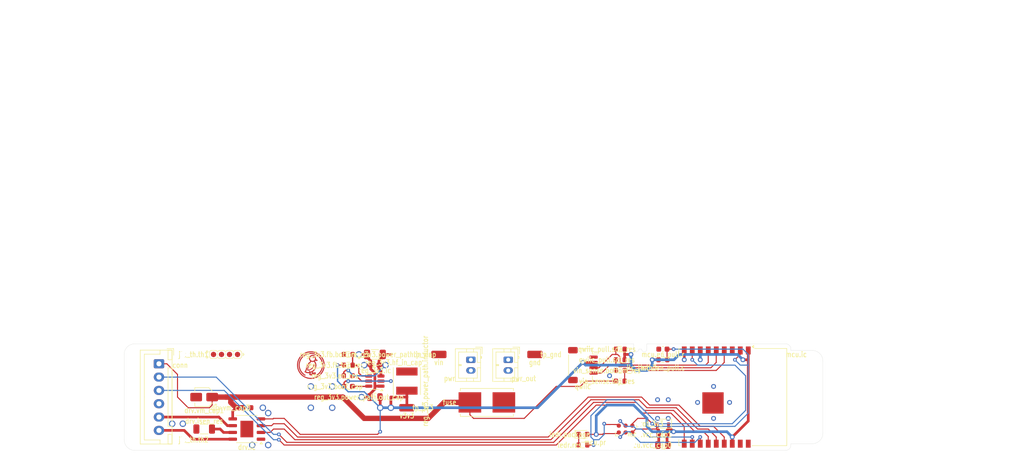
<source format=kicad_pcb>
(kicad_pcb (version 20240108) (generator "pcbnew") (generator_version "8.0")
  (layers (0 "F.Cu" signal "Front") (31 "B.Cu" signal "Back") (34 "B.Paste" user) (35 "F.Paste" user) (36 "B.SilkS" user "B.Silkscreen") (37 "F.SilkS" user "F.Silkscreen") (38 "B.Mask" user) (39 "F.Mask" user) (44 "Edge.Cuts" user))
  (net 0 "")
  (net 1 "Bv3v3")
  (net 2 "Bvin")
  (net 3 "Bgnd")
  (net 4 "Bdrv.ic.isen")
  (net 5 "Breg_3v3.fb.output")
  (net 6 "Breg_3v3.en_res.b")
  (net 7 "Bmcu.program_en_node")
  (net 8 "Bledr.res.a")
  (net 9 "Bmcu.program_boot_node")
  (net 10 "Bvin_sense.output")
  (net 11 "Bqwiic_pull.i2c.scl")
  (net 12 "Bqwiic_pull.i2c.sda")
  (net 13 "Bconn.encb")
  (net 14 "Bdrv.in1")
  (net 15 "Bdrv.in2")
  (net 16 "Bmcu.program_uart_node.a_tx")
  (net 17 "Bmcu.program_uart_node.b_tx")
  (net 18 "Bconn.enca")
  (net 19 "Breg_3v3.boot_cap.neg")
  (net 20 "Breg_3v3.boot_cap.pos")
  (net 21 "Bdrv.out2")
  (net 22 "Bdrv.out1")
  (net 23 "Bvin_raw")
  (footprint "Diode_SMD:D_SOD-323" (layer "F.Cu") (at 126 105 180)
    (property "Reference" "prot_3v3")
    (property "Value" "5?A@1V 90? Single 3.53V~3.67V 200mW 3.6V SOD-323 Zener Diodes ROHS")
  )
  (footprint "Resistor_SMD:R_0603_1608Metric" (layer "F.Cu") (at 126 93)
    (property "Reference" "mcu.en_pull.r")
    (property "Value" "±1% 1/10W Thick Film Resistors 75V ±100ppm/? -55?~+155? 10k? 0603 Chip Resistor - Surface Mount ROHS")
  )
  (footprint "Resistor_SMD:R_0603_1608Metric" (layer "F.Cu") (at 118 97)
    (property "Reference" "vin_sense.top_res")
    (property "Value" "±1% 1/10W Thick Film Resistors 75V ±100ppm/? -55?~+155? 56k? 0603 Chip Resistor - Surface Mount ROHS")
  )
  (footprint "Connector_JST:JST_XH_B6B-XH-A_1x06_P2.50mm_Vertical" (layer "F.Cu") (at 31.525 93.75 -90)
    (property "Reference" "conn")
    (property "Value" "B6B-XH-A")
  )
  (footprint "Capacitor_SMD:C_0603_1608Metric" (layer "F.Cu") (at 72 94 180)
    (property "Reference" "reg_3v3.hf_in_cap")
    (property "Value" "50V 100nF X7R ±10% 0603 Multilayer Ceramic Capacitors MLCC - SMD/SMT ROHS")
  )
  (footprint "Resistor_SMD:R_1206_3216Metric" (layer "F.Cu") (at 40 106)
    (property "Reference" "drv.isen_res")
    (property "Value" "±1% 1/4W Thick Film Resistors 200V ±800ppm/? -55?~+155? 680m? 1206 Chip Resistor - Surface Mount ROHS")
  )
  (footprint "Capacitor_SMD:C_0603_1608Metric" (layer "F.Cu") (at 48 102)
    (property "Reference" "drv.vm_cap0")
    (property "Value" "50V 100nF X7R ±10% 0603 Multilayer Ceramic Capacitors MLCC - SMD/SMT ROHS")
  )
  (footprint "edg:JlcToolingHole_1.152mm" (layer "F.Cu") (at 36 92)
    (property "Reference" "jlc_th.th1")
    (property "Value" "")
  )
  (footprint "Resistor_SMD:R_0603_1608Metric" (layer "F.Cu") (at 118 91 180)
    (property "Reference" "qwiic_pull.sda_res")
    (property "Value" "±1% 1/10W Thick Film Resistors 75V ±100ppm/? -55?~+155? 4.7k? 0603 Chip Resistor - Surface Mount ROHS")
  )
  (footprint "RF_Module:ESP-WROOM-02" (layer "F.Cu") (at 136 100 -90)
    (property "Reference" "mcu.ic")
    (property "Value" "ESP32-C3-WROOM-02")
  )
  (footprint "Inductor_SMD:L_Taiyo-Yuden_NR-50xx" (layer "F.Cu") (at 78 97 -90)
    (property "Reference" "reg_3v3.power_path.inductor")
    (property "Value" "1.4A 22uH ±20% 126m? SMD Power Inductors ROHS")
  )
  (footprint "Resistor_SMD:R_0603_1608Metric" (layer "F.Cu") (at 118 95 180)
    (property "Reference" "vin_sense.bottom_res")
    (property "Value" "±1% 1/10W Thick Film Resistors 75V ±100ppm/? -55?~+155? 10k? 0603 Chip Resistor - Surface Mount ROHS")
  )
  (footprint "edg:Symbol_Duckling" (layer "F.Cu") (at 60 94)
    (property "Reference" "duck" (hide yes))
    (property "Value" "G***" (hide yes))
  )
  (footprint "edg:Indicator_IdDots_4" (layer "F.Cu") (at 44 92)
    (property "Reference" "REF**" (hide yes))
    (property "Value" "Indicator_IdDots_4")
  )
  (footprint "Capacitor_SMD:C_0603_1608Metric" (layer "F.Cu") (at 67 98 180)
    (property "Reference" "reg_3v3.boot_cap")
    (property "Value" "50V 100nF X7R ±10% 0603 Multilayer Ceramic Capacitors MLCC - SMD/SMT ROHS")
  )
  (footprint "Package_TO_SOT_SMD:SOT-23-6" (layer "F.Cu") (at 72 97 180)
    (property "Reference" "reg_3v3.ic")
    (property "Value" "TPS54202H")
  )
  (footprint "Resistor_SMD:R_0603_1608Metric" (layer "F.Cu") (at 67 94)
    (property "Reference" "reg_3v3.fb.top_res")
    (property "Value" "±1% 1/10W Thick Film Resistors 75V ±100ppm/? -55?~+155? 6.8k? 0603 Chip Resistor - Surface Mount ROHS")
  )
  (footprint "Connector_JST:JST_PH_B2B-PH-K_1x02_P2.00mm_Vertical" (layer "F.Cu") (at 97 93 -90)
    (property "Reference" "pwr_out")
    (property "Value" "B2B-PH-K")
  )
  (footprint "Resistor_SMD:R_0603_1608Metric" (layer "F.Cu") (at 111 109)
    (property "Reference" "ledr.res")
    (property "Value" "±1% 1/10W Thick Film Resistors 75V ±100ppm/? -55?~+155? 1k? 0603 Chip Resistor - Surface Mount ROHS")
  )
  (footprint "Capacitor_SMD:CP_Elec_3x5.4" (layer "F.Cu") (at 40 100 180)
    (property "Reference" "drv.vm_cap1")
    (property "Value" "-40?~+105? 2000hrs@105? 47uF 5.4mm 35V 6.3mm ±20% SMD,6.3x5.4mm Aluminum Electrolytic Capacitors - SMD ROHS")
  )
  (footprint "Resistor_SMD:R_0603_1608Metric" (layer "F.Cu") (at 67 96)
    (property "Reference" "reg_3v3.en_res")
    (property "Value" "±1% 1/10W Thick Film Resistors 75V ±100ppm/? -55?~+155? 510k? 0603 Chip Resistor - Surface Mount ROHS")
  )
  (footprint "Package_SO:HSOP-8-1EP_3.9x4.9mm_P1.27mm_EP2.41x3.1mm" (layer "F.Cu") (at 48 106 180)
    (property "Reference" "drv.ic")
    (property "Value" "DRV8870DDAR")
  )
  (footprint "Connector_JST:JST_SH_SM04B-SRSS-TB_1x04-1MP_P1.00mm_Horizontal" (layer "F.Cu") (at 111 94 -90)
    (property "Reference" "qwiic")
    (property "Value" "SM04B-SRSS-TB")
  )
  (footprint "Capacitor_SMD:C_0805_2012Metric" (layer "F.Cu") (at 72 100 180)
    (property "Reference" "reg_3v3.power_path.out_cap")
    (property "Value" "X5R 25V ±10% 10uF 0805 Multilayer Ceramic Capacitors MLCC - SMD/SMT ROHS")
  )
  (footprint "Capacitor_SMD:C_0603_1608Metric" (layer "F.Cu") (at 126 107 180)
    (property "Reference" "mcu.vcc_cap1")
    (property "Value" "50V 100nF X7R ±10% 0603 Multilayer Ceramic Capacitors MLCC - SMD/SMT ROHS")
  )
  (footprint "Resistor_SMD:R_0603_1608Metric" (layer "F.Cu") (at 118 93 180)
    (property "Reference" "qwiic_pull.scl_res")
    (property "Value" "±1% 1/10W Thick Film Resistors 75V ±100ppm/? -55?~+155? 4.7k? 0603 Chip Resistor - Surface Mount ROHS")
  )
  (footprint "Resistor_SMD:R_0603_1608Metric" (layer "F.Cu") (at 67 92 180)
    (property "Reference" "reg_3v3.fb.bottom_res")
    (property "Value" "±1% 1/10W Thick Film Resistors 75V ±100ppm/? -55?~+155? 1.5k? 0603 Chip Resistor - Surface Mount ROHS")
  )
  (footprint "edg:JlcToolingHole_1.152mm" (layer "F.Cu") (at 36 108)
    (property "Reference" "jlc_th.th2")
    (property "Value" "")
  )
  (footprint "Fuse:Fuseholder_Littelfuse_Nano2_154x" (layer "F.Cu") (at 93 101 180)
    (property "Reference" "fuse")
    (property "Value" "01550900M")
  )
  (footprint "edg:TestPoint_TE_RCT_0805" (layer "F.Cu") (at 78 102)
    (property "Reference" "tp_3v3")
    (property "Value" "v3v3")
  )
  (footprint "Capacitor_SMD:C_0805_2012Metric" (layer "F.Cu") (at 126 109 180)
    (property "Reference" "mcu.vcc_cap0")
    (property "Value" "X5R 25V ±10% 10uF 0805 Multilayer Ceramic Capacitors MLCC - SMD/SMT ROHS")
  )
  (footprint "Capacitor_SMD:C_0603_1608Metric" (layer "F.Cu") (at 126 91 180)
    (property "Reference" "mcu.en_pull.c")
    (property "Value" "50V 1uF X5R ±10% 0603 Multilayer Ceramic Capacitors MLCC - SMD/SMT ROHS")
  )
  (footprint "LED_SMD:LED_0603_1608Metric" (layer "F.Cu") (at 111 107)
    (property "Reference" "ledr.package")
    (property "Value" "Red 615~630nm 1.9~2.2V 0603 Light Emitting Diodes (LED) RoHS")
  )
  (footprint "Connector:Tag-Connect_TC2030-IDC-FP_2x03_P1.27mm_Vertical" (layer "F.Cu") (at 119 106)
    (property "Reference" "mcu.prog")
    (property "Value" "")
  )
  (footprint "edg:JlcToolingHole_1.152mm" (layer "F.Cu") (at 122 93)
    (property "Reference" "jlc_th.th3")
    (property "Value" "")
  )
  (footprint "Capacitor_SMD:C_1206_3216Metric" (layer "F.Cu") (at 72 92 180)
    (property "Reference" "reg_3v3.power_path.in_cap")
    (property "Value" "50V 10uF X5R ±10% 1206 Multilayer Ceramic Capacitors MLCC - SMD/SMT ROHS")
  )
  (footprint "edg:TestPoint_TE_RCT_0805" (layer "F.Cu") (at 84 92)
    (property "Reference" "tp_vin")
    (property "Value" "vin")
  )
  (footprint "Connector_JST:JST_PH_B2B-PH-K_1x02_P2.00mm_Vertical" (layer "F.Cu") (at 90 93 -90)
    (property "Reference" "pwr")
    (property "Value" "B2B-PH-K")
  )
  (footprint "edg:TestPoint_TE_RCT_0805" (layer "F.Cu") (at 102 92)
    (property "Reference" "tp_gnd")
    (property "Value" "gnd")
  )
  (gr_line (start 149 110) (end 27 110) (stroke (width 0.0381)) (layer "Edge.Cuts"))
  (gr_line (start 150 91.25) (end 150 91) (stroke (width 0.0381)) (layer "Edge.Cuts"))
  (gr_arc (start 149 90) (mid 149.707107 90.292893) (end 150 91) (stroke (width 0.0381)) (layer "Edge.Cuts"))
  (gr_line (start 123 91) (end 123 90) (stroke (width 0.0381)) (layer "Edge.Cuts"))
  (gr_arc (start 25 92) (mid 25.585786 90.585786) (end 27 90) (stroke (width 0.0381)) (layer "Edge.Cuts"))
  (gr_line (start 154 108.75) (end 150 108.75) (stroke (width 0.0381)) (layer "Edge.Cuts"))
  (gr_arc (start 156 106.75) (mid 155.414214 108.164214) (end 154 108.75) (stroke (width 0.0381)) (layer "Edge.Cuts"))
  (gr_arc (start 150 109) (mid 149.707107 109.707107) (end 149 110) (stroke (width 0.0381)) (layer "Edge.Cuts"))
  (gr_line (start 25 108) (end 25 92) (stroke (width 0.0381)) (layer "Edge.Cuts"))
  (gr_line (start 122 91) (end 121.5 91) (stroke (width 0.0381)) (layer "Edge.Cuts"))
  (gr_arc (start 121.5 91) (mid 121 91.5) (end 120.5 91) (stroke (width 0.0381)) (layer "Edge.Cuts"))
  (gr_arc (start 154 91.25) (mid 155.414214 91.835786) (end 156 93.25) (stroke (width 0.0381)) (layer "Edge.Cuts"))
  (gr_arc (start 27 110) (mid 25.585786 109.414214) (end 25 108) (stroke (width 0.0381)) (layer "Edge.Cuts"))
  (gr_line (start 150 108.75) (end 150 109) (stroke (width 0.0381)) (layer "Edge.Cuts"))
  (gr_arc (start 123 91) (mid 122.5 91.5) (end 122 91) (stroke (width 0.0381)) (layer "Edge.Cuts"))
  (gr_line (start 120.5 91) (end 120.5 90) (stroke (width 0.0381)) (layer "Edge.Cuts"))
  (gr_line (start 120.5 90) (end 27 90) (stroke (width 0.0381)) (layer "Edge.Cuts"))
  (gr_line (start 154 91.25) (end 150 91.25) (stroke (width 0.0381)) (layer "Edge.Cuts"))
  (gr_line (start 156 93.25) (end 156 106.75) (stroke (width 0.0381)) (layer "Edge.Cuts"))
  (gr_line (start 149 90) (end 123 90) (stroke (width 0.0381)) (layer "Edge.Cuts"))
  (segment (start 118.825 92) (end 118.825 93) (width 0.5) (layer "F.Cu") (net 1))
  (segment (start 58 107) (end 72.5 107) (width 0.2) (layer "F.Cu") (net 1))
  (segment (start 141 93) (end 142 93) (width 0.5) (layer "F.Cu") (net 1))
  (segment (start 124 93) (end 125.175 93) (width 0.5) (layer "F.Cu") (net 1))
  (segment (start 139 108.75) (end 139 107.5) (width 0.5) (layer "F.Cu") (net 1))
  (segment (start 78 100) (end 78 102) (width 0.5) (layer "F.Cu") (net 1))
  (segment (start 126.775 106.225) (end 127.05 105.95) (width 0.5) (layer "F.Cu") (net 1))
  (segment (start 127.05 105.95) (end 127.05 105) (width 0.5) (layer "F.Cu") (net 1))
  (segment (start 53 104) (end 55 104) (width 0.2) (layer "F.Cu") (net 1))
  (segment (start 118.825 91) (end 118.825 92) (width 0.5) (layer "F.Cu") (net 1))
  (segment (start 75 102) (end 75 100) (width 0.5) (layer "F.Cu") (net 1))
  (segment (start 142 104.5) (end 139 107.5) (width 0.5) (layer "F.Cu") (net 1))
  (segment (start 113 93.5) (end 111 93.5) (width 0.5) (layer "F.Cu") (net 1))
  (segment (start 78 98.8) (end 78 100) (width 0.5) (layer "F.Cu") (net 1))
  (segment (start 113.5 107) (end 113.6507 106.8493) (width 0.2) (layer "F.Cu") (net 1))
  (segment (start 126.775 107) (end 126.775 108.825) (width 0.5) (layer "F.Cu") (net 1))
  (segment (start 142 94) (end 142 104.5) (width 0.5) (layer "F.Cu") (net 1))
  (segment (start 117.73 106.635) (end 117.5157 106.8493) (width 0.2) (layer "F.Cu") (net 1))
  (segment (start 72.5 107) (end 73 106.5) (width 0.2) (layer "F.Cu") (net 1))
  (segment (start 50.65 104.095) (end 52.905 104.095) (width 0.2) (layer "F.Cu") (net 1))
  (segment (start 120 92) (end 118.825 92) (width 0.5) (layer "F.Cu") (net 1))
  (segment (start 117.5157 106.8493) (end 114.8493 106.8493) (width 0.2) (layer "F.Cu") (net 1))
  (segment (start 73 100.05) (end 72.95 100) (width 0.5) (layer "F.Cu") (net 1))
  (segment (start 114.8493 106.8493) (end 114.6986 107) (width 0.2) (layer "F.Cu") (net 1))
  (segment (start 114.6986 107) (end 111.7875 107) (width 0.2) (layer "F.Cu") (net 1))
  (segment (start 55 104) (end 58 107) (width 0.2) (layer "F.Cu") (net 1))
  (segment (start 127.45 105.95) (end 127.05 105.95) (width 0.5) (layer "F.Cu") (net 1))
  (segment (start 65 94) (end 66.175 94) (width 0.2) (layer "F.Cu") (net 1))
  (segment (start 142 91.25) (end 142 94) (width 0.5) (layer "F.Cu") (net 1))
  (segment (start 73 102) (end 73 100.05) (width 0.5) (layer "F.Cu") (net 1))
  (segment (start 128 106.5) (end 127.45 105.95) (width 0.5) (layer "F.Cu") (net 1))
  (segment (start 75 100) (end 78 100) (width 0.5) (layer "F.Cu") (net 1))
  (segment (start 133 91.25) (end 133 93) (width 0.5) (layer "F.Cu") (net 1))
  (segment (start 52.905 104.095) (end 53 104) (width 0.2) (layer "F.Cu") (net 1))
  (segment (start 126.775 108.825) (end 126.95 109) (width 0.5) (layer "F.Cu") (net 1))
  (segment (start 126.775 107) (end 126.775 106.225) (width 0.5) (layer "F.Cu") (net 1))
  (via (at 75 102) (size 1.2) (drill 0.8) (layers "F.Cu" "B.Cu") (net 1))
  (via (at 124 93) (size 0.9) (drill 0.5) (layers "F.Cu" "B.Cu") (net 1))
  (via (at 65 94) (size 0.7) (drill 0.3) (layers "F.Cu" "B.Cu") (net 1))
  (via (at 141 93) (size 0.9) (drill 0.5) (layers "F.Cu" "B.Cu") (net 1))
  (via (at 113.5 107) (size 0.9) (drill 0.5) (layers "F.Cu" "B.Cu") (net 1))
  (via (at 111 93.5) (size 0.9) (drill 0.5) (layers "F.Cu" "B.Cu") (net 1))
  (via (at 73 106.5) (size 0.7) (drill 0.3) (layers "F.Cu" "B.Cu") (net 1))
  (via (at 133 93) (size 0.9) (drill 0.5) (layers "F.Cu" "B.Cu") (net 1))
  (via (at 120 92) (size 0.9) (drill 0.5) (layers "F.Cu" "B.Cu") (net 1))
  (via (at 139 107.5) (size 0.9) (drill 0.5) (layers "F.Cu" "B.Cu") (net 1))
  (via (at 128 106.5) (size 0.9) (drill 0.5) (layers "F.Cu" "B.Cu") (net 1))
  (via (at 73 102) (size 1.2) (drill 0.8) (layers "F.Cu" "B.Cu") (net 1))
  (segment (start 128.060661 93) (end 129.060661 92) (width 0.5) (layer "B.Cu") (net 1))
  (segment (start 111 93.5) (end 111.5 94) (width 0.5) (layer "B.Cu") (net 1))
  (segment (start 133 92) (end 140 92) (width 0.5) (layer "B.Cu") (net 1))
  (segment (start 115.5 101.5) (end 113.5 103.5) (width 0.5) (layer "B.Cu") (net 1))
  (segment (start 65 97) (end 67 99) (width 0.25) (layer "B.Cu") (net 1))
  (segment (start 102.5 102) (end 75 102) (width 0.5) (layer "B.Cu") (net 1))
  (segment (start 111 93.5) (end 102.5 102) (width 0.5) (layer "B.Cu") (net 1))
  (segment (start 123 105.5) (end 123 104) (width 0.5) (layer "B.Cu") (net 1))
  (segment (start 121 95) (end 123 95) (width 0.5) (layer "B.Cu") (net 1))
  (segment (start 123 95) (end 124 94) (width 0.5) (layer "B.Cu") (net 1))
  (segment (start 124 93) (end 128.060661 93) (width 0.5) (layer "B.Cu") (net 1))
  (segment (start 113.5 103.5) (end 113.5 107) (width 0.5) (layer "B.Cu") (net 1))
  (segment (start 65 94) (end 65 97) (width 0.25) (layer "B.Cu") (net 1))
  (segment (start 120 92) (end 120 94) (width 0.5) (layer "B.Cu") (net 1))
  (segment (start 133 92) (end 133 93) (width 0.5) (layer "B.Cu") (net 1))
  (segment (start 117.08 94) (end 120 94) (width 0.5) (layer "B.Cu") (net 1))
  (segment (start 129.060661 92) (end 133 92) (width 0.5) (layer "B.Cu") (net 1))
  (segment (start 67 99) (end 70 99) (width 0.25) (layer "B.Cu") (net 1))
  (segment (start 124 93) (end 124 94) (width 0.5) (layer "B.Cu") (net 1))
  (segment (start 140 92) (end 141 93) (width 0.5) (layer "B.Cu") (net 1))
  (segment (start 70 99) (end 73 102) (width 0.25) (layer "B.Cu") (net 1))
  (segment (start 128.5 106.5) (end 138 106.5) (width 0.5) (layer "B.Cu") (net 1))
  (segment (start 123 104) (end 120.5 101.5) (width 0.5) (layer "B.Cu") (net 1))
  (segment (start 120.5 101.5) (end 115.5 101.5) (width 0.5) (layer "B.Cu") (net 1))
  (segment (start 120 94) (end 121 95) (width 0.5) (layer "B.Cu") (net 1))
  (segment (start 73 106.5) (end 73 102) (width 0.2) (layer "B.Cu") (net 1))
  (segment (start 138 106.5) (end 139 107.5) (width 0.5) (layer "B.Cu") (net 1))
  (segment (start 124 106.5) (end 123 105.5) (width 0.5) (layer "B.Cu") (net 1))
  (segment (start 128.5 106.5) (end 124 106.5) (width 0.5) (layer "B.Cu") (net 1))
  (segment (start 75 102) (end 73 102) (width 0.5) (layer "B.Cu") (net 1))
  (segment (start 111.5 94) (end 118 94) (width 0.5) (layer "B.Cu") (net 1))
  (segment (start 72.775 94.775) (end 72.775 94) (width 0.5) (layer "F.Cu") (net 2))
  (segment (start 74 94) (end 72.775 94) (width 0.5) (layer "F.Cu") (net 2))
  (segment (start 33 93.75) (end 31.525 93.75) (width 0.2) (layer "F.Cu") (net 2))
  (segment (start 70 104) (end 82 104) (width 1) (layer "F.Cu") (net 2))
  (segment (start 117.175 97) (end 111.5 97) (width 0.2) (layer "F.Cu") (net 2))
  (segment (start 73.1375 96.05) (end 73.1375 95.1375) (width 0.5) (layer "F.Cu") (net 2))
  (segment (start 46 102) (end 47.225 102) (width 1) (layer "F.Cu") (net 2))
  (segment (start 73.1375 95.1375) (end 72.775 94.775) (width 0.5) (layer "F.Cu") (net 2))
  (segment (start 111.5 97) (end 110.5 98) (width 0.2) (layer "F.Cu") (net 2))
  (segment (start 41.5 100) (end 41.5 101.5) (width 0.2) (layer "F.Cu") (net 2))
  (segment (start 45.35 102.65) (end 45.35 104.095) (width 0.5) (layer "F.Cu") (net 2))
  (segment (start 82 104) (end 85 101) (width 1) (layer "F.Cu") (net 2))
  (segment (start 46 102) (end 45 101) (width 1) (layer "F.Cu") (net 2))
  (segment (start 85 101) (end 89.815 101) (width 1) (layer "F.Cu") (net 2))
  (segment (start 89.815 103.315) (end 89.815 101) (width 0.2) (layer "F.Cu") (net 2))
  (segment (start 45 101) (end 45 100) (width 1) (layer "F.Cu") (net 2))
  (segment (start 46 102) (end 45.35 102.65) (width 0.5) (layer "F.Cu") (net 2))
  (segment (start 106 98) (end 100 104) (width 0.2) (layer "F.Cu") (net 2))
  (segment (start 44 100) (end 66 100) (width 1) (layer "F.Cu") (net 2))
  (segment (start 35 100) (end 35 95.75) (width 0.2) (layer "F.Cu") (net 2))
  (segment (start 110.5 98) (end 106 98) (width 0.2) (layer "F.Cu") (net 2))
  (segment (start 37 102) (end 35 100) (width 0.2) (layer "F.Cu") (net 2))
  (segment (start 75 92) (end 73.475 92) (width 0.5) (layer "F.Cu") (net 2))
  (segment (start 66.175 95.325) (end 66.5 95) (width 0.25) (layer "F.Cu") (net 2))
  (segment (start 46 100) (end 41.5 100) (width 1) (layer "F.Cu") (net 2))
  (segment (start 66 100) (end 70 104) (width 1) (layer "F.Cu") (net 2))
  (segment (start 41 102) (end 37 102) (width 0.2) (layer "F.Cu") (net 2))
  (segment (start 66.5 95) (end 67 95) (width 0.25) (layer "F.Cu") (net 2))
  (segment (start 73.475 92.525) (end 72.775 93.225) (width 0.5) (layer "F.Cu") (net 2))
  (segment (start 66.175 96) (end 66.175 95.325) (width 0.25) (layer "F.Cu") (net 2))
  (segment (start 35 95.75) (end 33 93.75) (width 0.2) (layer "F.Cu") (net 2))
  (segment (start 72.775 93.225) (end 72.775 94) (width 0.5) (layer "F.Cu") (net 2))
  (segment (start 90.5 104) (end 89.815 103.315) (width 0.2) (layer "F.Cu") (net 2))
  (segment (start 41.5 101.5) (end 41 102) (width 0.2) (layer "F.Cu") (net 2))
  (segment (start 100 104) (end 90.5 104) (width 0.2) (layer "F.Cu") (net 2))
  (via (at 74 94) (size 1.2) (drill 0.8) (layers "F.Cu" "B.Cu") (net 2))
  (via (at 67 95) (size 0.7) (drill 0.3) (layers "F.Cu" "B.Cu") (net 2))
  (segment (start 68 96) (end 72 96) (width 0.25) (layer "B.Cu") (net 2))
  (segment (start 72 96) (end 74 94) (width 0.25) (layer "B.Cu") (net 2))
  (segment (start 67 95) (end 68 96) (width 0.25) (layer "B.Cu") (net 2))
  (segment (start 124.9 106) (end 120.905 106) (width 0.2) (layer "F.Cu") (net 3))
  (segment (start 124.95 105.95) (end 124.95 105) (width 0.5) (layer "F.Cu") (net 3))
  (segment (start 125.225 106.225) (end 124.95 105.95) (width 0.5) (layer "F.Cu") (net 3))
  (segment (start 73.1375 97.95) (end 72.05 97.95) (width 0.5) (layer "F.Cu") (net 3))
  (segment (start 72 98) (end 72 95.5) (width 0.5) (layer "F.Cu") (net 3))
  (segment (start 71.05 100) (end 71.05 99.45) (width 0.5) (layer "F.Cu") (net 3))
  (segment (start 72 98.5) (end 72 98) (width 0.5) (layer "F.Cu") (net 3))
  (segment (start 132.5 101) (end 132.6 101.1) (width 0.5) (layer "F.Cu") (net 3))
  (segment (start 70.525 92.525) (end 71.225 93.225) (width 0.5) (layer "F.Cu") (net 3))
  (segment (start 71.05 100) (end 69.5 100) (width 0.5) (layer "F.Cu") (net 3))
  (segment (start 71.225 94) (end 70 94) (width 0.5) (layer "F.Cu") (net 3))
  (segment (start 69 92) (end 70.525 92) (width 0.5) (layer "F.Cu") (net 3))
  (segment (start 125.225 108.825) (end 125.05 109) (width 0.5) (layer "F.Cu") (net 3))
  (segment (start 71.05 99.45) (end 72 98.5) (width 0.5) (layer "F.Cu") (net 3))
  (segment (start 135.5 98) (end 135.39 98.11) (width 0.5) (layer "F.Cu") (net 3))
  (segment (start 130 91.25) (end 130 93) (width 0.5) (layer "F.Cu") (net 3))
  (segment (start 72.05 97.95) (end 72 98) (width 0.5) (layer "F.Cu") (net 3))
  (segment (start 71.225 94.725) (end 71.225 94) (width 0.5) (layer "F.Cu") (net 3))
  (segment (start 125.225 107) (end 125.225 106.225) (width 0.5) (layer "F.Cu") (net 3))
  (segment (start 124.95 105.95) (end 124.9 106) (width 0.2) (layer "F.Cu") (net 3))
  (segment (start 72 95.5) (end 71.225 94.725) (width 0.5) (layer "F.Cu") (net 3))
  (segment (start 120.905 106) (end 120.27 106.635) (width 0.2) (layer "F.Cu") (net 3))
  (segment (start 71.225 93.225) (end 71.225 94) (width 0.5) (layer "F.Cu") (net 3))
  (segment (start 135.5 104) (end 135.39 103.89) (width 0.5) (layer "F.Cu") (net 3))
  (segment (start 125.225 107) (end 125.225 108.825) (width 0.5) (layer "F.Cu") (net 3))
  (via (at 69.5 100) (size 1.2) (drill 0.8) (layers "F.Cu" "B.Cu") (net 3))
  (via (at 127 100.5) (size 0.9) (drill 0.5) (layers "F.Cu" "B.Cu") (net 3))
  (via (at 127 104) (size 0.9) (drill 0.5) (layers "F.Cu" "B.Cu") (net 3))
  (via (at 130 93) (size 0.9) (drill 0.5) (layers "F.Cu" "B.Cu") (net 3))
  (via (at 52 109) (size 1.2) (drill 0.8) (layers "F.Cu" "B.Cu") (net 3))
  (via (at 49 109) (size 1.2) (drill 0.8) (layers "F.Cu" "B.Cu") (net 3))
  (via (at 64 102) (size 1.2) (drill 0.8) (layers "F.Cu" "B.Cu") (net 3))
  (via (at 51 102) (size 1.2) (drill 0.8) (layers "F.Cu" "B.Cu") (net 3))
  (via (at 60 98) (size 1.2) (drill 0.8) (layers "F.Cu" "B.Cu") (net 3))
  (via (at 125 100.5) (size 0.9) (drill 0.5) (layers "F.Cu" "B.Cu") (net 3))
  (via (at 138.5 101) (size 0.9) (drill 0.5) (layers "F.Cu" "B.Cu") (net 3))
  (via (at 34 105) (size 1.2) (drill 0.8) (layers "F.Cu" "B.Cu") (net 3))
  (via (at 36 105) (size 1.2) (drill 0.8) (layers "F.Cu" "B.Cu") (net 3))
  (via (at 64 98) (size 1.2) (drill 0.8) (layers "F.Cu" "B.Cu") (net 3))
  (via (at 132.5 101) (size 0.9) (drill 0.5) (layers "F.Cu" "B.Cu") (net 3))
  (via (at 116 96) (size 0.9) (drill 0.5) (layers "F.Cu" "B.Cu") (net 3))
  (via (at 69 92) (size 1.2) (drill 0.8) (layers "F.Cu" "B.Cu") (net 3))
  (via (at 70 94) (size 1.2) (drill 0.8) (layers "F.Cu" "B.Cu") (net 3))
  (via (at 60 102) (size 1.2) (drill 0.8) (layers "F.Cu" "B.Cu") (net 3))
  (via (at 52 103) (size 1.2) (drill 0.8) (layers "F.Cu" "B.Cu") (net 3))
  (via (at 125 104) (size 0.9) (drill 0.5) (layers "F.Cu" "B.Cu") (net 3))
  (via (at 135.5 104) (size 0.9) (drill 0.5) (layers "F.Cu" "B.Cu") (net 3))
  (via (at 135.5 98) (size 0.9) (drill 0.5) (layers "F.Cu" "B.Cu") (net 3))
  (segment (start 45.35 106.635) (end 43.635 106.635) (width 0.5) (layer "F.Cu") (net 4))
  (segment (start 43 106) (end 41.4625 106) (width 0.5) (layer "F.Cu") (net 4))
  (segment (start 43.635 106.635) (end 43 106) (width 0.5) (layer "F.Cu") (net 4))
  (segment (start 67.825 92) (end 67.825 94) (width 0.25) (layer "F.Cu") (net 5))
  (segment (start 67.825 94) (end 68.5 94) (width 0.25) (layer "F.Cu") (net 5))
  (segment (start 68.5 94) (end 69 94.5) (width 0.25) (layer "F.Cu") (net 5))
  (segment (start 69 95.5) (end 69.55 96.05) (width 0.25) (layer "F.Cu") (net 5))
  (segment (start 69.55 96.05) (end 70.8625 96.05) (width 0.25) (layer "F.Cu") (net 5))
  (segment (start 69 94.5) (end 69 95.5) (width 0.25) (layer "F.Cu") (net 5))
  (segment (start 67.825 96) (end 68.5 96) (width 0.25) (layer "F.Cu") (net 6))
  (segment (start 69.5 97) (end 70.8625 97) (width 0.25) (layer "F.Cu") (net 6))
  (segment (start 68.5 96) (end 69.5 97) (width 0.25) (layer "F.Cu") (net 6))
  (segment (start 126.775 92.95) (end 126.825 93) (width 0.2) (layer "F.Cu") (net 7))
  (segment (start 126.775 91) (end 126.775 92.95) (width 0.2) (layer "F.Cu") (net 7))
  (segment (start 128 91) (end 126.775 91) (width 0.2) (layer "F.Cu") (net 7))
  (segment (start 124 105) (end 123 104) (width 0.2) (layer "F.Cu") (net 7))
  (segment (start 121.274939 104) (end 120.27 105.004939) (width 0.2) (layer "F.Cu") (net 7))
  (segment (start 120.27 105.004939) (end 120.27 105.365) (width 0.2) (layer "F.Cu") (net 7))
  (segment (start 140.5 92) (end 140.5 91.25) (width 0.2) (layer "F.Cu") (net 7))
  (segment (start 123 104) (end 121.274939 104) (width 0.2) (layer "F.Cu") (net 7))
  (segment (start 139.5 93) (end 140.5 92) (width 0.2) (layer "F.Cu") (net 7))
  (via (at 128 91) (size 0.7) (drill 0.3) (layers "F.Cu" "B.Cu") (net 7))
  (via (at 124 105) (size 0.7) (drill 0.3) (layers "F.Cu" "B.Cu") (net 7))
  (via (at 139.5 93) (size 0.7) (drill 0.3) (layers "F.Cu" "B.Cu") (net 7))
  (segment (start 139.5 93) (end 140.5 94) (width 0.2) (layer "B.Cu") (net 7))
  (segment (start 124.5 105.5) (end 124 105) (width 0.2) (layer "B.Cu") (net 7))
  (segment (start 142 94) (end 142 92) (width 0.2) (layer "B.Cu") (net 7))
  (segment (start 142 92) (end 141 91) (width 0.2) (layer "B.Cu") (net 7))
  (segment (start 141 91) (end 128 91) (width 0.2) (layer "B.Cu") (net 7))
  (segment (start 142 94) (end 142 103) (width 0.2) (layer "B.Cu") (net 7))
  (segment (start 140.5 94) (end 142 94) (width 0.2) (layer "B.Cu") (net 7))
  (segment (start 139.5 105.5) (end 124.5 105.5) (width 0.2) (layer "B.Cu") (net 7))
  (segment (start 142 103) (end 139.5 105.5) (width 0.2) (layer "B.Cu") (net 7))
  (segment (start 110.2125 107) (end 110.2125 108.9625) (width 0.2) (layer "F.Cu") (net 8))
  (segment (start 110.2125 108.9625) (end 110.175 109) (width 0.2) (layer "F.Cu") (net 8))
  (segment (start 131.5 91.25) (end 131.5 93) (width 0.2) (layer "F.Cu") (net 9))
  (segment (start 115 105) (end 115.1507 105.1507) (width 0.2) (layer "F.Cu") (net 9))
  (segment (start 115.1507 105.1507) (end 117.5157 105.1507) (width 0.2) (layer "F.Cu") (net 9))
  (segment (start 113 109) (end 111.825 109) (width 0.2) (layer "F.Cu") (net 9))
  (segment (start 117.5157 105.1507) (end 117.73 105.365) (width 0.2) (layer "F.Cu") (net 9))
  (via (at 115 105) (size 0.7) (drill 0.3) (layers "F.Cu" "B.Cu") (net 9))
  (via (at 113 109) (size 0.7) (drill 0.3) (layers "F.Cu" "B.Cu") (net 9))
  (via (at 131.5 93) (size 0.7) (drill 0.3) (layers "F.Cu" "B.Cu") (net 9))
  (segment (start 115 107) (end 114 108) (width 0.2) (layer "B.Cu") (net 9))
  (segment (start 141.5 96) (end 139.5 94) (width 0.2) (layer "B.Cu") (net 9))
  (segment (start 139 105) (end 141.5 102.5) (width 0.2) (layer "B.Cu") (net 9))
  (segment (start 115 105) (end 115 107) (width 0.2) (layer "B.Cu") (net 9))
  (segment (start 113 108) (end 112.5 107.5) (width 0.2) (layer "B.Cu") (net 9))
  (segment (start 139.5 94) (end 132.5 94) (width 0.2) (layer "B.Cu") (net 9))
  (segment (start 125 105) (end 139 105) (width 0.2) (layer "B.Cu") (net 9))
  (segment (start 113 109) (end 113 108) (width 0.2) (layer "B.Cu") (net 9))
  (segment (start 112.5 107.5) (end 112.5 103.5) (width 0.2) (layer "B.Cu") (net 9))
  (segment (start 113 108) (end 114 108) (width 0.2) (layer "B.Cu") (net 9))
  (segment (start 132.5 94) (end 131.5 93) (width 0.2) (layer "B.Cu") (net 9))
  (segment (start 112.5 103.5) (end 115.5 100.5) (width 0.2) (layer "B.Cu") (net 9))
  (segment (start 115.5 100.5) (end 120.5 100.5) (width 0.2) (layer "B.Cu") (net 9))
  (segment (start 141.5 102.5) (end 141.5 96) (width 0.2) (layer "B.Cu") (net 9))
  (segment (start 120.5 100.5) (end 125 105) (width 0.2) (layer "B.Cu") (net 9))
  (segment (start 136 95) (end 137.5 93.5) (width 0.2) (layer "F.Cu") (net 10))
  (segment (start 118.825 95) (end 136 95) (width 0.2) (layer "F.Cu") (net 10))
  (segment (start 118.825 95) (end 118.825 97) (width 0.2) (layer "F.Cu") (net 10))
  (segment (start 137.5 93.5) (end 137.5 91.25) (width 0.2) (layer "F.Cu") (net 10))
  (segment (start 135 94.5) (end 120 94.5) (width 0.2) (layer "F.Cu") (net 11))
  (segment (start 120 94.5) (end 119.75 94.25) (width 0.2) (layer "F.Cu") (net 11))
  (segment (start 117.5 94) (end 117.75 94.25) (width 0.2) (layer "F.Cu") (net 11))
  (segment (start 117.175 93) (end 117 93) (width 0.2) (layer "F.Cu") (net 11))
  (segment (start 117.175 93) (end 117.175 93.990017) (width 0.2) (layer "F.Cu") (net 11))
  (segment (start 119.75 94.25) (end 117.75 94.25) (width 0.2) (layer "F.Cu") (net 11))
  (segment (start 116 94) (end 114.5 95.5) (width 0.2) (layer "F.Cu") (net 11))
  (segment (start 136 93.5) (end 135 94.5) (width 0.2) (layer "F.Cu") (net 11))
  (segment (start 117.175 93.990017) (end 117.165017 94) (width 0.2) (layer "F.Cu") (net 11))
  (segment (start 136 91.25) (end 136 93.5) (width 0.2) (layer "F.Cu") (net 11))
  (segment (start 116 94) (end 117.165017 94) (width 0.2) (layer "F.Cu") (net 11))
  (segment (start 114.5 95.5) (end 113 95.5) (width 0.2) (layer "F.Cu") (net 11))
  (segment (start 117.165017 94) (end 117.5 94) (width 0.2) (layer "F.Cu") (net 11))
  (segment (start 134.5 91.25) (end 134.5 93.5) (width 0.2) (layer "F.Cu") (net 12))
  (segment (start 117.168344 92) (end 116.5 92) (width 0.2) (layer "F.Cu") (net 12))
  (segment (start 120 93.75) (end 118.25 93.75) (width 0.2) (layer "F.Cu") (net 12))
  (segment (start 117.175 91.993344) (end 117.168344 92) (width 0.2) (layer "F.Cu") (net 12))
  (segment (start 117.175 91) (end 117.175 91.993344) (width 0.2) (layer "F.Cu") (net 12))
  (segment (start 118 92.5) (end 117.5 92) (width 0.2) (layer "F.Cu") (net 12))
  (segment (start 134 94) (end 120.25 94) (width 0.2) (layer "F.Cu") (net 12))
  (segment (start 117.5 92) (end 117.168344 92) (width 0.2) (layer "F.Cu") (net 12))
  (segment (start 118.25 93.75) (end 118 93.5) (width 0.2) (layer "F.Cu") (net 12))
  (segment (start 113.556974 94.5) (end 113 94.5) (width 0.5) (layer "F.Cu") (net 12))
  (segment (start 134.5 93.5) (end 134 94) (width 0.2) (layer "F.Cu") (net 12))
  (segment (start 116.5 92) (end 114 94.5) (width 0.2) (layer "F.Cu") (net 12))
  (segment (start 120.25 94) (end 120 93.75) (width 0.2) (layer "F.Cu") (net 12))
  (segment (start 114 94.5) (end 113 94.5) (width 0.2) (layer "F.Cu") (net 12))
  (segment (start 118 93.5) (end 118 92.5) (width 0.2) (layer "F.Cu") (net 12))
  (segment (start 54 108) (end 55 109) (width 0.2) (layer "F.Cu") (net 13))
  (segment (start 122 103) (end 127.5 103) (width 0.2) (layer "F.Cu") (net 13))
  (segment (start 130 105.5) (end 130 108.75) (width 0.2) (layer "F.Cu") (net 13))
  (segment (start 120.5 101.5) (end 122 103) (width 0.2) (layer "F.Cu") (net 13))
  (segment (start 113.5 101.5) (end 120.5 101.5) (width 0.2) (layer "F.Cu") (net 13))
  (segment (start 55 109) (end 106 109) (width 0.2) (layer "F.Cu") (net 13))
  (segment (start 106 109) (end 113.5 101.5) (width 0.2) (layer "F.Cu") (net 13))
  (segment (start 127.5 103) (end 130 105.5) (width 0.2) (layer "F.Cu") (net 13))
  (via (at 54 108) (size 0.7) (drill 0.3) (layers "F.Cu" "B.Cu") (net 13))
  (segment (start 54 108) (end 53 108) (width 0.2) (layer "B.Cu") (net 13))
  (segment (start 43.75 98.75) (end 31.525 98.75) (width 0.2) (layer "B.Cu") (net 13))
  (segment (start 53 108) (end 43.75 98.75) (width 0.2) (layer "B.Cu") (net 13))
  (segment (start 112 100) (end 122 100) (width 0.2) (layer "F.Cu") (net 14))
  (segment (start 53 105) (end 55 105) (width 0.2) (layer "F.Cu") (net 14))
  (segment (start 55 105) (end 57.5 107.5) (width 0.2) (layer "F.Cu") (net 14))
  (segment (start 135.5 105.5) (end 137.5 107.5) (width 0.2) (layer "F.Cu") (net 14))
  (segment (start 129 101.5) (end 133 105.5) (width 0.2) (layer "F.Cu") (net 14))
  (segment (start 52.635 105.365) (end 53 105) (width 0.2) (layer "F.Cu") (net 14))
  (segment (start 104.5 107.5) (end 112 100) (width 0.2) (layer "F.Cu") (net 14))
  (segment (start 133 105.5) (end 135.5 105.5) (width 0.2) (layer "F.Cu") (net 14))
  (segment (start 137.5 107.5) (end 137.5 108.75) (width 0.2) (layer "F.Cu") (net 14))
  (segment (start 122 100) (end 123.5 101.5) (width 0.2) (layer "F.Cu") (net 14))
  (segment (start 50.65 105.365) (end 52.635 105.365) (width 0.2) (layer "F.Cu") (net 14))
  (segment (start 57.5 107.5) (end 104.5 107.5) (width 0.2) (layer "F.Cu") (net 14))
  (segment (start 123.5 101.5) (end 129 101.5) (width 0.2) (layer "F.Cu") (net 14))
  (segment (start 53 106) (end 55 106) (width 0.2) (layer "F.Cu") (net 15))
  (segment (start 52.365 106.635) (end 53 106) (width 0.2) (layer "F.Cu") (net 15))
  (segment (start 50.65 106.635) (end 52.365 106.635) (width 0.2) (layer "F.Cu") (net 15))
  (segment (start 134.5 106) (end 136 107.5) (width 0.2) (layer "F.Cu") (net 15))
  (segment (start 136 107.5) (end 136 108.75) (width 0.2) (layer "F.Cu") (net 15))
  (segment (start 55 106) (end 57 108) (width 0.2) (layer "F.Cu") (net 15))
  (segment (start 121.5 100.5) (end 123 102) (width 0.2) (layer "F.Cu") (net 15))
  (segment (start 128.5 102) (end 132.5 106) (width 0.2) (layer "F.Cu") (net 15))
  (segment (start 123 102) (end 128.5 102) (width 0.2) (layer "F.Cu") (net 15))
  (segment (start 105 108) (end 112.5 100.5) (width 0.2) (layer "F.Cu") (net 15))
  (segment (start 132.5 106) (end 134.5 106) (width 0.2) (layer "F.Cu") (net 15))
  (segment (start 112.5 100.5) (end 121.5 100.5) (width 0.2) (layer "F.Cu") (net 15))
  (segment (start 57 108) (end 105 108) (width 0.2) (layer "F.Cu") (net 15))
  (segment (start 118.865 106.635) (end 118 107.5) (width 0.2) (layer "F.Cu") (net 16))
  (segment (start 133 107.5) (end 133 108.75) (width 0.2) (layer "F.Cu") (net 16))
  (segment (start 119 106.635) (end 118.865 106.635) (width 0.2) (layer "F.Cu") (net 16))
  (via (at 118 107.5) (size 0.7) (drill 0.3) (layers "F.Cu" "B.Cu") (net 16))
  (via (at 133 107.5) (size 0.7) (drill 0.3) (layers "F.Cu" "B.Cu") (net 16))
  (segment (start 118 107.5) (end 119 106.5) (width 0.2) (layer "B.Cu") (net 16))
  (segment (start 122.5 108.5) (end 132 108.5) (width 0.2) (layer "B.Cu") (net 16))
  (segment (start 121.774939 108.5) (end 122.5 108.5) (width 0.2) (layer "B.Cu") (net 16))
  (segment (start 132 108.5) (end 133 107.5) (width 0.2) (layer "B.Cu") (net 16))
  (segment (start 119.774939 106.5) (end 121.774939 108.5) (width 0.2) (layer "B.Cu") (net 16))
  (segment (start 119 106.5) (end 119.774939 106.5) (width 0.2) (layer "B.Cu") (net 16))
  (segment (start 119 105.365) (end 118.865 105.365) (width 0.2) (layer "F.Cu") (net 17))
  (segment (start 118.865 105.365) (end 118 104.5) (width 0.2) (layer "F.Cu") (net 17))
  (segment (start 131.5 108.75) (end 131.5 107.5) (width 0.2) (layer "F.Cu") (net 17))
  (via (at 118 104.5) (size 0.7) (drill 0.3) (layers "F.Cu" "B.Cu") (net 17))
  (via (at 131.5 107.5) (size 0.7) (drill 0.3) (layers "F.Cu" "B.Cu") (net 17))
  (segment (start 123.5 107.5) (end 131.5 107.5) (width 0.2) (layer "B.Cu") (net 17))
  (segment (start 120.5 105.5) (end 121 106) (width 0.2) (layer "B.Cu") (net 17))
  (segment (start 118 104.5) (end 119 105.5) (width 0.2) (layer "B.Cu") (net 17))
  (segment (start 121 106) (end 122 106) (width 0.2) (layer "B.Cu") (net 17))
  (segment (start 119 105.5) (end 120.5 105.5) (width 0.2) (layer "B.Cu") (net 17))
  (segment (start 122 106) (end 123.5 107.5) (width 0.2) (layer "B.Cu") (net 17))
  (segment (start 122.5 102.5) (end 128 102.5) (width 0.2) (layer "F.Cu") (net 18))
  (segment (start 128 102.5) (end 132 106.5) (width 0.2) (layer "F.Cu") (net 18))
  (segment (start 132 106.5) (end 133.6 106.5) (width 0.2) (layer "F.Cu") (net 18))
  (segment (start 113 101) (end 121 101) (width 0.2) (layer "F.Cu") (net 18))
  (segment (start 134.5 107.4) (end 134.5 108.75) (width 0.2) (layer "F.Cu") (net 18))
  (segment (start 55.5 108.5) (end 105.5 108.5) (width 0.2) (layer "F.Cu") (net 18))
  (segment (start 121 101) (end 122.5 102.5) (width 0.2) (layer "F.Cu") (net 18))
  (segment (start 133.6 106.5) (end 134.5 107.4) (width 0.2) (layer "F.Cu") (net 18))
  (segment (start 54 107) (end 55.5 108.5) (width 0.2) (layer "F.Cu") (net 18))
  (segment (start 105.5 108.5) (end 113 101) (width 0.2) (layer "F.Cu") (net 18))
  (via (at 54 107) (size 0.7) (drill 0.3) (layers "F.Cu" "B.Cu") (net 18))
  (segment (start 54 107) (end 53 107) (width 0.2) (layer "B.Cu") (net 18))
  (segment (start 53 107) (end 42.25 96.25) (width 0.2) (layer "B.Cu") (net 18))
  (segment (start 42.25 96.25) (end 31.525 96.25) (width 0.2) (layer "B.Cu") (net 18))
  (segment (start 66.5 97) (end 67 97) (width 0.25) (layer "F.Cu") (net 19))
  (segment (start 66.5 97) (end 66.225 97.275) (width 0.25) (layer "F.Cu") (net 19))
  (segment (start 66.225 97.275) (end 66.225 98) (width 0.25) (layer "F.Cu") (net 19))
  (via (at 75 97) (size 0.7) (drill 0.3) (layers "F.Cu" "B.Cu") (net 19))
  (via (at 67 97) (size 0.7) (drill 0.3) (layers "F.Cu" "B.Cu") (net 19))
  (segment (start 75 97) (end 67 97) (width 0.25) (layer "B.Cu") (net 19))
  (segment (start 67.775 98) (end 70.8125 98) (width 0.25) (layer "F.Cu") (net 20))
  (segment (start 36.25 106.25) (end 37.905 107.905) (width 0.5) (layer "F.Cu") (net 21))
  (segment (start 31.525 106.25) (end 36.25 106.25) (width 0.5) (layer "F.Cu") (net 21))
  (segment (start 37.905 107.905) (end 45.35 107.905) (width 0.5) (layer "F.Cu") (net 21))
  (segment (start 31.525 103.75) (end 42.75 103.75) (width 0.5) (layer "F.Cu") (net 22))
  (segment (start 44.365 105.365) (end 45.35 105.365) (width 0.5) (layer "F.Cu") (net 22))
  (segment (start 42.75 103.75) (end 44.365 105.365) (width 0.5) (layer "F.Cu") (net 22))
)
</source>
